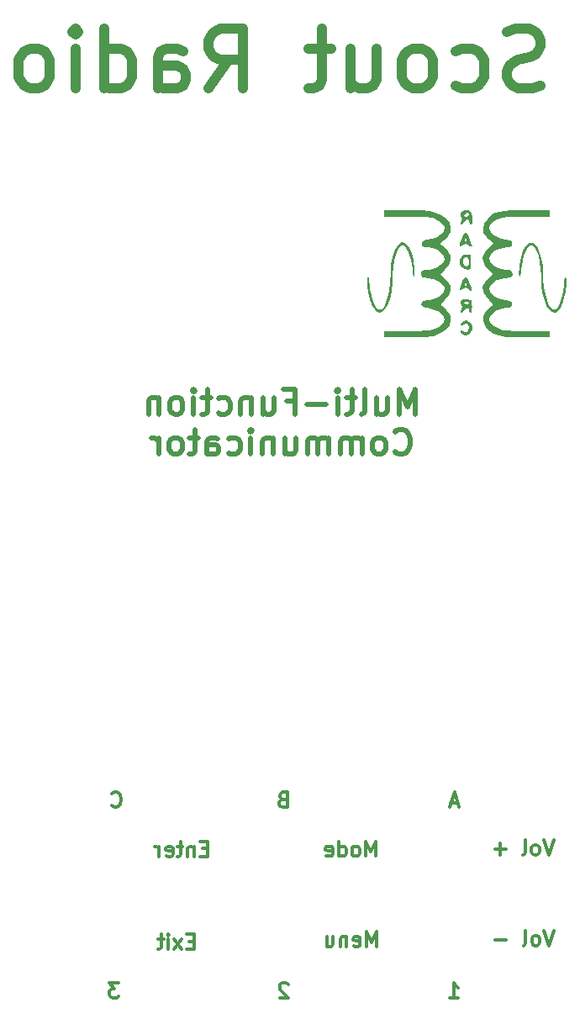
<source format=gbr>
%TF.GenerationSoftware,KiCad,Pcbnew,8.0.8*%
%TF.CreationDate,2025-04-16T18:52:08+01:00*%
%TF.ProjectId,Front_panel_Tx,46726f6e-745f-4706-916e-656c5f54782e,rev?*%
%TF.SameCoordinates,Original*%
%TF.FileFunction,Legend,Bot*%
%TF.FilePolarity,Positive*%
%FSLAX46Y46*%
G04 Gerber Fmt 4.6, Leading zero omitted, Abs format (unit mm)*
G04 Created by KiCad (PCBNEW 8.0.8) date 2025-04-16 18:52:08*
%MOMM*%
%LPD*%
G01*
G04 APERTURE LIST*
%ADD10C,0.300000*%
%ADD11C,1.000000*%
%ADD12C,0.500000*%
%ADD13C,0.000000*%
%ADD14C,2.100000*%
G04 APERTURE END LIST*
D10*
X157639774Y-132580828D02*
X157139774Y-134080828D01*
X157139774Y-134080828D02*
X156639774Y-132580828D01*
X155925489Y-134080828D02*
X156068346Y-134009400D01*
X156068346Y-134009400D02*
X156139775Y-133937971D01*
X156139775Y-133937971D02*
X156211203Y-133795114D01*
X156211203Y-133795114D02*
X156211203Y-133366542D01*
X156211203Y-133366542D02*
X156139775Y-133223685D01*
X156139775Y-133223685D02*
X156068346Y-133152257D01*
X156068346Y-133152257D02*
X155925489Y-133080828D01*
X155925489Y-133080828D02*
X155711203Y-133080828D01*
X155711203Y-133080828D02*
X155568346Y-133152257D01*
X155568346Y-133152257D02*
X155496918Y-133223685D01*
X155496918Y-133223685D02*
X155425489Y-133366542D01*
X155425489Y-133366542D02*
X155425489Y-133795114D01*
X155425489Y-133795114D02*
X155496918Y-133937971D01*
X155496918Y-133937971D02*
X155568346Y-134009400D01*
X155568346Y-134009400D02*
X155711203Y-134080828D01*
X155711203Y-134080828D02*
X155925489Y-134080828D01*
X154568346Y-134080828D02*
X154711203Y-134009400D01*
X154711203Y-134009400D02*
X154782632Y-133866542D01*
X154782632Y-133866542D02*
X154782632Y-132580828D01*
X152854061Y-133509400D02*
X151711204Y-133509400D01*
X152282632Y-134080828D02*
X152282632Y-132937971D01*
D11*
X156339248Y-56618000D02*
X155482106Y-56903714D01*
X155482106Y-56903714D02*
X154053534Y-56903714D01*
X154053534Y-56903714D02*
X153482106Y-56618000D01*
X153482106Y-56618000D02*
X153196391Y-56332285D01*
X153196391Y-56332285D02*
X152910677Y-55760857D01*
X152910677Y-55760857D02*
X152910677Y-55189428D01*
X152910677Y-55189428D02*
X153196391Y-54618000D01*
X153196391Y-54618000D02*
X153482106Y-54332285D01*
X153482106Y-54332285D02*
X154053534Y-54046571D01*
X154053534Y-54046571D02*
X155196391Y-53760857D01*
X155196391Y-53760857D02*
X155767820Y-53475142D01*
X155767820Y-53475142D02*
X156053534Y-53189428D01*
X156053534Y-53189428D02*
X156339248Y-52618000D01*
X156339248Y-52618000D02*
X156339248Y-52046571D01*
X156339248Y-52046571D02*
X156053534Y-51475142D01*
X156053534Y-51475142D02*
X155767820Y-51189428D01*
X155767820Y-51189428D02*
X155196391Y-50903714D01*
X155196391Y-50903714D02*
X153767820Y-50903714D01*
X153767820Y-50903714D02*
X152910677Y-51189428D01*
X147767820Y-56618000D02*
X148339248Y-56903714D01*
X148339248Y-56903714D02*
X149482105Y-56903714D01*
X149482105Y-56903714D02*
X150053534Y-56618000D01*
X150053534Y-56618000D02*
X150339248Y-56332285D01*
X150339248Y-56332285D02*
X150624962Y-55760857D01*
X150624962Y-55760857D02*
X150624962Y-54046571D01*
X150624962Y-54046571D02*
X150339248Y-53475142D01*
X150339248Y-53475142D02*
X150053534Y-53189428D01*
X150053534Y-53189428D02*
X149482105Y-52903714D01*
X149482105Y-52903714D02*
X148339248Y-52903714D01*
X148339248Y-52903714D02*
X147767820Y-53189428D01*
X144339248Y-56903714D02*
X144910677Y-56618000D01*
X144910677Y-56618000D02*
X145196391Y-56332285D01*
X145196391Y-56332285D02*
X145482105Y-55760857D01*
X145482105Y-55760857D02*
X145482105Y-54046571D01*
X145482105Y-54046571D02*
X145196391Y-53475142D01*
X145196391Y-53475142D02*
X144910677Y-53189428D01*
X144910677Y-53189428D02*
X144339248Y-52903714D01*
X144339248Y-52903714D02*
X143482105Y-52903714D01*
X143482105Y-52903714D02*
X142910677Y-53189428D01*
X142910677Y-53189428D02*
X142624963Y-53475142D01*
X142624963Y-53475142D02*
X142339248Y-54046571D01*
X142339248Y-54046571D02*
X142339248Y-55760857D01*
X142339248Y-55760857D02*
X142624963Y-56332285D01*
X142624963Y-56332285D02*
X142910677Y-56618000D01*
X142910677Y-56618000D02*
X143482105Y-56903714D01*
X143482105Y-56903714D02*
X144339248Y-56903714D01*
X137196392Y-52903714D02*
X137196392Y-56903714D01*
X139767820Y-52903714D02*
X139767820Y-56046571D01*
X139767820Y-56046571D02*
X139482106Y-56618000D01*
X139482106Y-56618000D02*
X138910677Y-56903714D01*
X138910677Y-56903714D02*
X138053534Y-56903714D01*
X138053534Y-56903714D02*
X137482106Y-56618000D01*
X137482106Y-56618000D02*
X137196392Y-56332285D01*
X135196392Y-52903714D02*
X132910678Y-52903714D01*
X134339249Y-50903714D02*
X134339249Y-56046571D01*
X134339249Y-56046571D02*
X134053535Y-56618000D01*
X134053535Y-56618000D02*
X133482106Y-56903714D01*
X133482106Y-56903714D02*
X132910678Y-56903714D01*
X122910678Y-56903714D02*
X124910678Y-54046571D01*
X126339249Y-56903714D02*
X126339249Y-50903714D01*
X126339249Y-50903714D02*
X124053535Y-50903714D01*
X124053535Y-50903714D02*
X123482106Y-51189428D01*
X123482106Y-51189428D02*
X123196392Y-51475142D01*
X123196392Y-51475142D02*
X122910678Y-52046571D01*
X122910678Y-52046571D02*
X122910678Y-52903714D01*
X122910678Y-52903714D02*
X123196392Y-53475142D01*
X123196392Y-53475142D02*
X123482106Y-53760857D01*
X123482106Y-53760857D02*
X124053535Y-54046571D01*
X124053535Y-54046571D02*
X126339249Y-54046571D01*
X117767821Y-56903714D02*
X117767821Y-53760857D01*
X117767821Y-53760857D02*
X118053535Y-53189428D01*
X118053535Y-53189428D02*
X118624963Y-52903714D01*
X118624963Y-52903714D02*
X119767821Y-52903714D01*
X119767821Y-52903714D02*
X120339249Y-53189428D01*
X117767821Y-56618000D02*
X118339249Y-56903714D01*
X118339249Y-56903714D02*
X119767821Y-56903714D01*
X119767821Y-56903714D02*
X120339249Y-56618000D01*
X120339249Y-56618000D02*
X120624963Y-56046571D01*
X120624963Y-56046571D02*
X120624963Y-55475142D01*
X120624963Y-55475142D02*
X120339249Y-54903714D01*
X120339249Y-54903714D02*
X119767821Y-54618000D01*
X119767821Y-54618000D02*
X118339249Y-54618000D01*
X118339249Y-54618000D02*
X117767821Y-54332285D01*
X112339250Y-56903714D02*
X112339250Y-50903714D01*
X112339250Y-56618000D02*
X112910678Y-56903714D01*
X112910678Y-56903714D02*
X114053535Y-56903714D01*
X114053535Y-56903714D02*
X114624964Y-56618000D01*
X114624964Y-56618000D02*
X114910678Y-56332285D01*
X114910678Y-56332285D02*
X115196392Y-55760857D01*
X115196392Y-55760857D02*
X115196392Y-54046571D01*
X115196392Y-54046571D02*
X114910678Y-53475142D01*
X114910678Y-53475142D02*
X114624964Y-53189428D01*
X114624964Y-53189428D02*
X114053535Y-52903714D01*
X114053535Y-52903714D02*
X112910678Y-52903714D01*
X112910678Y-52903714D02*
X112339250Y-53189428D01*
X109482107Y-56903714D02*
X109482107Y-52903714D01*
X109482107Y-50903714D02*
X109767821Y-51189428D01*
X109767821Y-51189428D02*
X109482107Y-51475142D01*
X109482107Y-51475142D02*
X109196393Y-51189428D01*
X109196393Y-51189428D02*
X109482107Y-50903714D01*
X109482107Y-50903714D02*
X109482107Y-51475142D01*
X105767821Y-56903714D02*
X106339250Y-56618000D01*
X106339250Y-56618000D02*
X106624964Y-56332285D01*
X106624964Y-56332285D02*
X106910678Y-55760857D01*
X106910678Y-55760857D02*
X106910678Y-54046571D01*
X106910678Y-54046571D02*
X106624964Y-53475142D01*
X106624964Y-53475142D02*
X106339250Y-53189428D01*
X106339250Y-53189428D02*
X105767821Y-52903714D01*
X105767821Y-52903714D02*
X104910678Y-52903714D01*
X104910678Y-52903714D02*
X104339250Y-53189428D01*
X104339250Y-53189428D02*
X104053536Y-53475142D01*
X104053536Y-53475142D02*
X103767821Y-54046571D01*
X103767821Y-54046571D02*
X103767821Y-55760857D01*
X103767821Y-55760857D02*
X104053536Y-56332285D01*
X104053536Y-56332285D02*
X104339250Y-56618000D01*
X104339250Y-56618000D02*
X104910678Y-56903714D01*
X104910678Y-56903714D02*
X105767821Y-56903714D01*
D10*
X113158346Y-129107971D02*
X113229774Y-129179400D01*
X113229774Y-129179400D02*
X113444060Y-129250828D01*
X113444060Y-129250828D02*
X113586917Y-129250828D01*
X113586917Y-129250828D02*
X113801203Y-129179400D01*
X113801203Y-129179400D02*
X113944060Y-129036542D01*
X113944060Y-129036542D02*
X114015489Y-128893685D01*
X114015489Y-128893685D02*
X114086917Y-128607971D01*
X114086917Y-128607971D02*
X114086917Y-128393685D01*
X114086917Y-128393685D02*
X114015489Y-128107971D01*
X114015489Y-128107971D02*
X113944060Y-127965114D01*
X113944060Y-127965114D02*
X113801203Y-127822257D01*
X113801203Y-127822257D02*
X113586917Y-127750828D01*
X113586917Y-127750828D02*
X113444060Y-127750828D01*
X113444060Y-127750828D02*
X113229774Y-127822257D01*
X113229774Y-127822257D02*
X113158346Y-127893685D01*
X157659774Y-141710828D02*
X157159774Y-143210828D01*
X157159774Y-143210828D02*
X156659774Y-141710828D01*
X155945489Y-143210828D02*
X156088346Y-143139400D01*
X156088346Y-143139400D02*
X156159775Y-143067971D01*
X156159775Y-143067971D02*
X156231203Y-142925114D01*
X156231203Y-142925114D02*
X156231203Y-142496542D01*
X156231203Y-142496542D02*
X156159775Y-142353685D01*
X156159775Y-142353685D02*
X156088346Y-142282257D01*
X156088346Y-142282257D02*
X155945489Y-142210828D01*
X155945489Y-142210828D02*
X155731203Y-142210828D01*
X155731203Y-142210828D02*
X155588346Y-142282257D01*
X155588346Y-142282257D02*
X155516918Y-142353685D01*
X155516918Y-142353685D02*
X155445489Y-142496542D01*
X155445489Y-142496542D02*
X155445489Y-142925114D01*
X155445489Y-142925114D02*
X155516918Y-143067971D01*
X155516918Y-143067971D02*
X155588346Y-143139400D01*
X155588346Y-143139400D02*
X155731203Y-143210828D01*
X155731203Y-143210828D02*
X155945489Y-143210828D01*
X154588346Y-143210828D02*
X154731203Y-143139400D01*
X154731203Y-143139400D02*
X154802632Y-142996542D01*
X154802632Y-142996542D02*
X154802632Y-141710828D01*
X152874061Y-142639400D02*
X151731204Y-142639400D01*
X113838346Y-146980828D02*
X112909774Y-146980828D01*
X112909774Y-146980828D02*
X113409774Y-147552257D01*
X113409774Y-147552257D02*
X113195489Y-147552257D01*
X113195489Y-147552257D02*
X113052632Y-147623685D01*
X113052632Y-147623685D02*
X112981203Y-147695114D01*
X112981203Y-147695114D02*
X112909774Y-147837971D01*
X112909774Y-147837971D02*
X112909774Y-148195114D01*
X112909774Y-148195114D02*
X112981203Y-148337971D01*
X112981203Y-148337971D02*
X113052632Y-148409400D01*
X113052632Y-148409400D02*
X113195489Y-148480828D01*
X113195489Y-148480828D02*
X113624060Y-148480828D01*
X113624060Y-148480828D02*
X113766917Y-148409400D01*
X113766917Y-148409400D02*
X113838346Y-148337971D01*
X147189774Y-148510828D02*
X148046917Y-148510828D01*
X147618346Y-148510828D02*
X147618346Y-147010828D01*
X147618346Y-147010828D02*
X147761203Y-147225114D01*
X147761203Y-147225114D02*
X147904060Y-147367971D01*
X147904060Y-147367971D02*
X148046917Y-147439400D01*
X139745489Y-134220828D02*
X139745489Y-132720828D01*
X139745489Y-132720828D02*
X139245489Y-133792257D01*
X139245489Y-133792257D02*
X138745489Y-132720828D01*
X138745489Y-132720828D02*
X138745489Y-134220828D01*
X137816917Y-134220828D02*
X137959774Y-134149400D01*
X137959774Y-134149400D02*
X138031203Y-134077971D01*
X138031203Y-134077971D02*
X138102631Y-133935114D01*
X138102631Y-133935114D02*
X138102631Y-133506542D01*
X138102631Y-133506542D02*
X138031203Y-133363685D01*
X138031203Y-133363685D02*
X137959774Y-133292257D01*
X137959774Y-133292257D02*
X137816917Y-133220828D01*
X137816917Y-133220828D02*
X137602631Y-133220828D01*
X137602631Y-133220828D02*
X137459774Y-133292257D01*
X137459774Y-133292257D02*
X137388346Y-133363685D01*
X137388346Y-133363685D02*
X137316917Y-133506542D01*
X137316917Y-133506542D02*
X137316917Y-133935114D01*
X137316917Y-133935114D02*
X137388346Y-134077971D01*
X137388346Y-134077971D02*
X137459774Y-134149400D01*
X137459774Y-134149400D02*
X137602631Y-134220828D01*
X137602631Y-134220828D02*
X137816917Y-134220828D01*
X136031203Y-134220828D02*
X136031203Y-132720828D01*
X136031203Y-134149400D02*
X136174060Y-134220828D01*
X136174060Y-134220828D02*
X136459774Y-134220828D01*
X136459774Y-134220828D02*
X136602631Y-134149400D01*
X136602631Y-134149400D02*
X136674060Y-134077971D01*
X136674060Y-134077971D02*
X136745488Y-133935114D01*
X136745488Y-133935114D02*
X136745488Y-133506542D01*
X136745488Y-133506542D02*
X136674060Y-133363685D01*
X136674060Y-133363685D02*
X136602631Y-133292257D01*
X136602631Y-133292257D02*
X136459774Y-133220828D01*
X136459774Y-133220828D02*
X136174060Y-133220828D01*
X136174060Y-133220828D02*
X136031203Y-133292257D01*
X134745488Y-134149400D02*
X134888345Y-134220828D01*
X134888345Y-134220828D02*
X135174060Y-134220828D01*
X135174060Y-134220828D02*
X135316917Y-134149400D01*
X135316917Y-134149400D02*
X135388345Y-134006542D01*
X135388345Y-134006542D02*
X135388345Y-133435114D01*
X135388345Y-133435114D02*
X135316917Y-133292257D01*
X135316917Y-133292257D02*
X135174060Y-133220828D01*
X135174060Y-133220828D02*
X134888345Y-133220828D01*
X134888345Y-133220828D02*
X134745488Y-133292257D01*
X134745488Y-133292257D02*
X134674060Y-133435114D01*
X134674060Y-133435114D02*
X134674060Y-133577971D01*
X134674060Y-133577971D02*
X135388345Y-133720828D01*
X121415489Y-142805114D02*
X120915489Y-142805114D01*
X120701203Y-143590828D02*
X121415489Y-143590828D01*
X121415489Y-143590828D02*
X121415489Y-142090828D01*
X121415489Y-142090828D02*
X120701203Y-142090828D01*
X120201203Y-143590828D02*
X119415489Y-142590828D01*
X120201203Y-142590828D02*
X119415489Y-143590828D01*
X118844060Y-143590828D02*
X118844060Y-142590828D01*
X118844060Y-142090828D02*
X118915488Y-142162257D01*
X118915488Y-142162257D02*
X118844060Y-142233685D01*
X118844060Y-142233685D02*
X118772631Y-142162257D01*
X118772631Y-142162257D02*
X118844060Y-142090828D01*
X118844060Y-142090828D02*
X118844060Y-142233685D01*
X118344059Y-142590828D02*
X117772631Y-142590828D01*
X118129774Y-142090828D02*
X118129774Y-143376542D01*
X118129774Y-143376542D02*
X118058345Y-143519400D01*
X118058345Y-143519400D02*
X117915488Y-143590828D01*
X117915488Y-143590828D02*
X117772631Y-143590828D01*
X130886917Y-147113685D02*
X130815489Y-147042257D01*
X130815489Y-147042257D02*
X130672632Y-146970828D01*
X130672632Y-146970828D02*
X130315489Y-146970828D01*
X130315489Y-146970828D02*
X130172632Y-147042257D01*
X130172632Y-147042257D02*
X130101203Y-147113685D01*
X130101203Y-147113685D02*
X130029774Y-147256542D01*
X130029774Y-147256542D02*
X130029774Y-147399400D01*
X130029774Y-147399400D02*
X130101203Y-147613685D01*
X130101203Y-147613685D02*
X130958346Y-148470828D01*
X130958346Y-148470828D02*
X130029774Y-148470828D01*
X130355489Y-128505114D02*
X130141203Y-128576542D01*
X130141203Y-128576542D02*
X130069774Y-128647971D01*
X130069774Y-128647971D02*
X129998346Y-128790828D01*
X129998346Y-128790828D02*
X129998346Y-129005114D01*
X129998346Y-129005114D02*
X130069774Y-129147971D01*
X130069774Y-129147971D02*
X130141203Y-129219400D01*
X130141203Y-129219400D02*
X130284060Y-129290828D01*
X130284060Y-129290828D02*
X130855489Y-129290828D01*
X130855489Y-129290828D02*
X130855489Y-127790828D01*
X130855489Y-127790828D02*
X130355489Y-127790828D01*
X130355489Y-127790828D02*
X130212632Y-127862257D01*
X130212632Y-127862257D02*
X130141203Y-127933685D01*
X130141203Y-127933685D02*
X130069774Y-128076542D01*
X130069774Y-128076542D02*
X130069774Y-128219400D01*
X130069774Y-128219400D02*
X130141203Y-128362257D01*
X130141203Y-128362257D02*
X130212632Y-128433685D01*
X130212632Y-128433685D02*
X130355489Y-128505114D01*
X130355489Y-128505114D02*
X130855489Y-128505114D01*
X122775489Y-133455114D02*
X122275489Y-133455114D01*
X122061203Y-134240828D02*
X122775489Y-134240828D01*
X122775489Y-134240828D02*
X122775489Y-132740828D01*
X122775489Y-132740828D02*
X122061203Y-132740828D01*
X121418346Y-133240828D02*
X121418346Y-134240828D01*
X121418346Y-133383685D02*
X121346917Y-133312257D01*
X121346917Y-133312257D02*
X121204060Y-133240828D01*
X121204060Y-133240828D02*
X120989774Y-133240828D01*
X120989774Y-133240828D02*
X120846917Y-133312257D01*
X120846917Y-133312257D02*
X120775489Y-133455114D01*
X120775489Y-133455114D02*
X120775489Y-134240828D01*
X120275488Y-133240828D02*
X119704060Y-133240828D01*
X120061203Y-132740828D02*
X120061203Y-134026542D01*
X120061203Y-134026542D02*
X119989774Y-134169400D01*
X119989774Y-134169400D02*
X119846917Y-134240828D01*
X119846917Y-134240828D02*
X119704060Y-134240828D01*
X118632631Y-134169400D02*
X118775488Y-134240828D01*
X118775488Y-134240828D02*
X119061203Y-134240828D01*
X119061203Y-134240828D02*
X119204060Y-134169400D01*
X119204060Y-134169400D02*
X119275488Y-134026542D01*
X119275488Y-134026542D02*
X119275488Y-133455114D01*
X119275488Y-133455114D02*
X119204060Y-133312257D01*
X119204060Y-133312257D02*
X119061203Y-133240828D01*
X119061203Y-133240828D02*
X118775488Y-133240828D01*
X118775488Y-133240828D02*
X118632631Y-133312257D01*
X118632631Y-133312257D02*
X118561203Y-133455114D01*
X118561203Y-133455114D02*
X118561203Y-133597971D01*
X118561203Y-133597971D02*
X119275488Y-133740828D01*
X117918346Y-134240828D02*
X117918346Y-133240828D01*
X117918346Y-133526542D02*
X117846917Y-133383685D01*
X117846917Y-133383685D02*
X117775489Y-133312257D01*
X117775489Y-133312257D02*
X117632631Y-133240828D01*
X117632631Y-133240828D02*
X117489774Y-133240828D01*
D12*
X143742380Y-89713187D02*
X143742380Y-87213187D01*
X143742380Y-87213187D02*
X142909047Y-88998901D01*
X142909047Y-88998901D02*
X142075714Y-87213187D01*
X142075714Y-87213187D02*
X142075714Y-89713187D01*
X139813809Y-88046520D02*
X139813809Y-89713187D01*
X140885237Y-88046520D02*
X140885237Y-89356044D01*
X140885237Y-89356044D02*
X140766190Y-89594140D01*
X140766190Y-89594140D02*
X140528095Y-89713187D01*
X140528095Y-89713187D02*
X140170952Y-89713187D01*
X140170952Y-89713187D02*
X139932856Y-89594140D01*
X139932856Y-89594140D02*
X139813809Y-89475092D01*
X138266190Y-89713187D02*
X138504285Y-89594140D01*
X138504285Y-89594140D02*
X138623332Y-89356044D01*
X138623332Y-89356044D02*
X138623332Y-87213187D01*
X137670951Y-88046520D02*
X136718570Y-88046520D01*
X137313808Y-87213187D02*
X137313808Y-89356044D01*
X137313808Y-89356044D02*
X137194761Y-89594140D01*
X137194761Y-89594140D02*
X136956666Y-89713187D01*
X136956666Y-89713187D02*
X136718570Y-89713187D01*
X135885237Y-89713187D02*
X135885237Y-88046520D01*
X135885237Y-87213187D02*
X136004285Y-87332235D01*
X136004285Y-87332235D02*
X135885237Y-87451282D01*
X135885237Y-87451282D02*
X135766190Y-87332235D01*
X135766190Y-87332235D02*
X135885237Y-87213187D01*
X135885237Y-87213187D02*
X135885237Y-87451282D01*
X134694761Y-88760806D02*
X132790000Y-88760806D01*
X130766190Y-88403663D02*
X131599523Y-88403663D01*
X131599523Y-89713187D02*
X131599523Y-87213187D01*
X131599523Y-87213187D02*
X130409047Y-87213187D01*
X128385238Y-88046520D02*
X128385238Y-89713187D01*
X129456666Y-88046520D02*
X129456666Y-89356044D01*
X129456666Y-89356044D02*
X129337619Y-89594140D01*
X129337619Y-89594140D02*
X129099524Y-89713187D01*
X129099524Y-89713187D02*
X128742381Y-89713187D01*
X128742381Y-89713187D02*
X128504285Y-89594140D01*
X128504285Y-89594140D02*
X128385238Y-89475092D01*
X127194761Y-88046520D02*
X127194761Y-89713187D01*
X127194761Y-88284616D02*
X127075714Y-88165568D01*
X127075714Y-88165568D02*
X126837619Y-88046520D01*
X126837619Y-88046520D02*
X126480476Y-88046520D01*
X126480476Y-88046520D02*
X126242380Y-88165568D01*
X126242380Y-88165568D02*
X126123333Y-88403663D01*
X126123333Y-88403663D02*
X126123333Y-89713187D01*
X123861428Y-89594140D02*
X124099523Y-89713187D01*
X124099523Y-89713187D02*
X124575714Y-89713187D01*
X124575714Y-89713187D02*
X124813809Y-89594140D01*
X124813809Y-89594140D02*
X124932856Y-89475092D01*
X124932856Y-89475092D02*
X125051904Y-89236997D01*
X125051904Y-89236997D02*
X125051904Y-88522711D01*
X125051904Y-88522711D02*
X124932856Y-88284616D01*
X124932856Y-88284616D02*
X124813809Y-88165568D01*
X124813809Y-88165568D02*
X124575714Y-88046520D01*
X124575714Y-88046520D02*
X124099523Y-88046520D01*
X124099523Y-88046520D02*
X123861428Y-88165568D01*
X123147142Y-88046520D02*
X122194761Y-88046520D01*
X122789999Y-87213187D02*
X122789999Y-89356044D01*
X122789999Y-89356044D02*
X122670952Y-89594140D01*
X122670952Y-89594140D02*
X122432857Y-89713187D01*
X122432857Y-89713187D02*
X122194761Y-89713187D01*
X121361428Y-89713187D02*
X121361428Y-88046520D01*
X121361428Y-87213187D02*
X121480476Y-87332235D01*
X121480476Y-87332235D02*
X121361428Y-87451282D01*
X121361428Y-87451282D02*
X121242381Y-87332235D01*
X121242381Y-87332235D02*
X121361428Y-87213187D01*
X121361428Y-87213187D02*
X121361428Y-87451282D01*
X119813810Y-89713187D02*
X120051905Y-89594140D01*
X120051905Y-89594140D02*
X120170952Y-89475092D01*
X120170952Y-89475092D02*
X120290000Y-89236997D01*
X120290000Y-89236997D02*
X120290000Y-88522711D01*
X120290000Y-88522711D02*
X120170952Y-88284616D01*
X120170952Y-88284616D02*
X120051905Y-88165568D01*
X120051905Y-88165568D02*
X119813810Y-88046520D01*
X119813810Y-88046520D02*
X119456667Y-88046520D01*
X119456667Y-88046520D02*
X119218571Y-88165568D01*
X119218571Y-88165568D02*
X119099524Y-88284616D01*
X119099524Y-88284616D02*
X118980476Y-88522711D01*
X118980476Y-88522711D02*
X118980476Y-89236997D01*
X118980476Y-89236997D02*
X119099524Y-89475092D01*
X119099524Y-89475092D02*
X119218571Y-89594140D01*
X119218571Y-89594140D02*
X119456667Y-89713187D01*
X119456667Y-89713187D02*
X119813810Y-89713187D01*
X117909047Y-88046520D02*
X117909047Y-89713187D01*
X117909047Y-88284616D02*
X117790000Y-88165568D01*
X117790000Y-88165568D02*
X117551905Y-88046520D01*
X117551905Y-88046520D02*
X117194762Y-88046520D01*
X117194762Y-88046520D02*
X116956666Y-88165568D01*
X116956666Y-88165568D02*
X116837619Y-88403663D01*
X116837619Y-88403663D02*
X116837619Y-89713187D01*
X141659047Y-93499952D02*
X141778095Y-93619000D01*
X141778095Y-93619000D02*
X142135237Y-93738047D01*
X142135237Y-93738047D02*
X142373333Y-93738047D01*
X142373333Y-93738047D02*
X142730476Y-93619000D01*
X142730476Y-93619000D02*
X142968571Y-93380904D01*
X142968571Y-93380904D02*
X143087618Y-93142809D01*
X143087618Y-93142809D02*
X143206666Y-92666619D01*
X143206666Y-92666619D02*
X143206666Y-92309476D01*
X143206666Y-92309476D02*
X143087618Y-91833285D01*
X143087618Y-91833285D02*
X142968571Y-91595190D01*
X142968571Y-91595190D02*
X142730476Y-91357095D01*
X142730476Y-91357095D02*
X142373333Y-91238047D01*
X142373333Y-91238047D02*
X142135237Y-91238047D01*
X142135237Y-91238047D02*
X141778095Y-91357095D01*
X141778095Y-91357095D02*
X141659047Y-91476142D01*
X140230476Y-93738047D02*
X140468571Y-93619000D01*
X140468571Y-93619000D02*
X140587618Y-93499952D01*
X140587618Y-93499952D02*
X140706666Y-93261857D01*
X140706666Y-93261857D02*
X140706666Y-92547571D01*
X140706666Y-92547571D02*
X140587618Y-92309476D01*
X140587618Y-92309476D02*
X140468571Y-92190428D01*
X140468571Y-92190428D02*
X140230476Y-92071380D01*
X140230476Y-92071380D02*
X139873333Y-92071380D01*
X139873333Y-92071380D02*
X139635237Y-92190428D01*
X139635237Y-92190428D02*
X139516190Y-92309476D01*
X139516190Y-92309476D02*
X139397142Y-92547571D01*
X139397142Y-92547571D02*
X139397142Y-93261857D01*
X139397142Y-93261857D02*
X139516190Y-93499952D01*
X139516190Y-93499952D02*
X139635237Y-93619000D01*
X139635237Y-93619000D02*
X139873333Y-93738047D01*
X139873333Y-93738047D02*
X140230476Y-93738047D01*
X138325713Y-93738047D02*
X138325713Y-92071380D01*
X138325713Y-92309476D02*
X138206666Y-92190428D01*
X138206666Y-92190428D02*
X137968571Y-92071380D01*
X137968571Y-92071380D02*
X137611428Y-92071380D01*
X137611428Y-92071380D02*
X137373332Y-92190428D01*
X137373332Y-92190428D02*
X137254285Y-92428523D01*
X137254285Y-92428523D02*
X137254285Y-93738047D01*
X137254285Y-92428523D02*
X137135237Y-92190428D01*
X137135237Y-92190428D02*
X136897142Y-92071380D01*
X136897142Y-92071380D02*
X136539999Y-92071380D01*
X136539999Y-92071380D02*
X136301904Y-92190428D01*
X136301904Y-92190428D02*
X136182856Y-92428523D01*
X136182856Y-92428523D02*
X136182856Y-93738047D01*
X134992380Y-93738047D02*
X134992380Y-92071380D01*
X134992380Y-92309476D02*
X134873333Y-92190428D01*
X134873333Y-92190428D02*
X134635238Y-92071380D01*
X134635238Y-92071380D02*
X134278095Y-92071380D01*
X134278095Y-92071380D02*
X134039999Y-92190428D01*
X134039999Y-92190428D02*
X133920952Y-92428523D01*
X133920952Y-92428523D02*
X133920952Y-93738047D01*
X133920952Y-92428523D02*
X133801904Y-92190428D01*
X133801904Y-92190428D02*
X133563809Y-92071380D01*
X133563809Y-92071380D02*
X133206666Y-92071380D01*
X133206666Y-92071380D02*
X132968571Y-92190428D01*
X132968571Y-92190428D02*
X132849523Y-92428523D01*
X132849523Y-92428523D02*
X132849523Y-93738047D01*
X130587619Y-92071380D02*
X130587619Y-93738047D01*
X131659047Y-92071380D02*
X131659047Y-93380904D01*
X131659047Y-93380904D02*
X131540000Y-93619000D01*
X131540000Y-93619000D02*
X131301905Y-93738047D01*
X131301905Y-93738047D02*
X130944762Y-93738047D01*
X130944762Y-93738047D02*
X130706666Y-93619000D01*
X130706666Y-93619000D02*
X130587619Y-93499952D01*
X129397142Y-92071380D02*
X129397142Y-93738047D01*
X129397142Y-92309476D02*
X129278095Y-92190428D01*
X129278095Y-92190428D02*
X129040000Y-92071380D01*
X129040000Y-92071380D02*
X128682857Y-92071380D01*
X128682857Y-92071380D02*
X128444761Y-92190428D01*
X128444761Y-92190428D02*
X128325714Y-92428523D01*
X128325714Y-92428523D02*
X128325714Y-93738047D01*
X127135237Y-93738047D02*
X127135237Y-92071380D01*
X127135237Y-91238047D02*
X127254285Y-91357095D01*
X127254285Y-91357095D02*
X127135237Y-91476142D01*
X127135237Y-91476142D02*
X127016190Y-91357095D01*
X127016190Y-91357095D02*
X127135237Y-91238047D01*
X127135237Y-91238047D02*
X127135237Y-91476142D01*
X124873333Y-93619000D02*
X125111428Y-93738047D01*
X125111428Y-93738047D02*
X125587619Y-93738047D01*
X125587619Y-93738047D02*
X125825714Y-93619000D01*
X125825714Y-93619000D02*
X125944761Y-93499952D01*
X125944761Y-93499952D02*
X126063809Y-93261857D01*
X126063809Y-93261857D02*
X126063809Y-92547571D01*
X126063809Y-92547571D02*
X125944761Y-92309476D01*
X125944761Y-92309476D02*
X125825714Y-92190428D01*
X125825714Y-92190428D02*
X125587619Y-92071380D01*
X125587619Y-92071380D02*
X125111428Y-92071380D01*
X125111428Y-92071380D02*
X124873333Y-92190428D01*
X122730476Y-93738047D02*
X122730476Y-92428523D01*
X122730476Y-92428523D02*
X122849523Y-92190428D01*
X122849523Y-92190428D02*
X123087619Y-92071380D01*
X123087619Y-92071380D02*
X123563809Y-92071380D01*
X123563809Y-92071380D02*
X123801904Y-92190428D01*
X122730476Y-93619000D02*
X122968571Y-93738047D01*
X122968571Y-93738047D02*
X123563809Y-93738047D01*
X123563809Y-93738047D02*
X123801904Y-93619000D01*
X123801904Y-93619000D02*
X123920952Y-93380904D01*
X123920952Y-93380904D02*
X123920952Y-93142809D01*
X123920952Y-93142809D02*
X123801904Y-92904714D01*
X123801904Y-92904714D02*
X123563809Y-92785666D01*
X123563809Y-92785666D02*
X122968571Y-92785666D01*
X122968571Y-92785666D02*
X122730476Y-92666619D01*
X121897142Y-92071380D02*
X120944761Y-92071380D01*
X121539999Y-91238047D02*
X121539999Y-93380904D01*
X121539999Y-93380904D02*
X121420952Y-93619000D01*
X121420952Y-93619000D02*
X121182857Y-93738047D01*
X121182857Y-93738047D02*
X120944761Y-93738047D01*
X119754286Y-93738047D02*
X119992381Y-93619000D01*
X119992381Y-93619000D02*
X120111428Y-93499952D01*
X120111428Y-93499952D02*
X120230476Y-93261857D01*
X120230476Y-93261857D02*
X120230476Y-92547571D01*
X120230476Y-92547571D02*
X120111428Y-92309476D01*
X120111428Y-92309476D02*
X119992381Y-92190428D01*
X119992381Y-92190428D02*
X119754286Y-92071380D01*
X119754286Y-92071380D02*
X119397143Y-92071380D01*
X119397143Y-92071380D02*
X119159047Y-92190428D01*
X119159047Y-92190428D02*
X119040000Y-92309476D01*
X119040000Y-92309476D02*
X118920952Y-92547571D01*
X118920952Y-92547571D02*
X118920952Y-93261857D01*
X118920952Y-93261857D02*
X119040000Y-93499952D01*
X119040000Y-93499952D02*
X119159047Y-93619000D01*
X119159047Y-93619000D02*
X119397143Y-93738047D01*
X119397143Y-93738047D02*
X119754286Y-93738047D01*
X117849523Y-93738047D02*
X117849523Y-92071380D01*
X117849523Y-92547571D02*
X117730476Y-92309476D01*
X117730476Y-92309476D02*
X117611428Y-92190428D01*
X117611428Y-92190428D02*
X117373333Y-92071380D01*
X117373333Y-92071380D02*
X117135238Y-92071380D01*
D10*
X139785489Y-143310828D02*
X139785489Y-141810828D01*
X139785489Y-141810828D02*
X139285489Y-142882257D01*
X139285489Y-142882257D02*
X138785489Y-141810828D01*
X138785489Y-141810828D02*
X138785489Y-143310828D01*
X137499774Y-143239400D02*
X137642631Y-143310828D01*
X137642631Y-143310828D02*
X137928346Y-143310828D01*
X137928346Y-143310828D02*
X138071203Y-143239400D01*
X138071203Y-143239400D02*
X138142631Y-143096542D01*
X138142631Y-143096542D02*
X138142631Y-142525114D01*
X138142631Y-142525114D02*
X138071203Y-142382257D01*
X138071203Y-142382257D02*
X137928346Y-142310828D01*
X137928346Y-142310828D02*
X137642631Y-142310828D01*
X137642631Y-142310828D02*
X137499774Y-142382257D01*
X137499774Y-142382257D02*
X137428346Y-142525114D01*
X137428346Y-142525114D02*
X137428346Y-142667971D01*
X137428346Y-142667971D02*
X138142631Y-142810828D01*
X136785489Y-142310828D02*
X136785489Y-143310828D01*
X136785489Y-142453685D02*
X136714060Y-142382257D01*
X136714060Y-142382257D02*
X136571203Y-142310828D01*
X136571203Y-142310828D02*
X136356917Y-142310828D01*
X136356917Y-142310828D02*
X136214060Y-142382257D01*
X136214060Y-142382257D02*
X136142632Y-142525114D01*
X136142632Y-142525114D02*
X136142632Y-143310828D01*
X134785489Y-142310828D02*
X134785489Y-143310828D01*
X135428346Y-142310828D02*
X135428346Y-143096542D01*
X135428346Y-143096542D02*
X135356917Y-143239400D01*
X135356917Y-143239400D02*
X135214060Y-143310828D01*
X135214060Y-143310828D02*
X134999774Y-143310828D01*
X134999774Y-143310828D02*
X134856917Y-143239400D01*
X134856917Y-143239400D02*
X134785489Y-143167971D01*
X147996917Y-128862257D02*
X147282632Y-128862257D01*
X148139774Y-129290828D02*
X147639774Y-127790828D01*
X147639774Y-127790828D02*
X147139774Y-129290828D01*
D13*
%TO.C,G\u002A\u002A\u002A*%
G36*
X157224369Y-69483529D02*
G01*
X157224369Y-69803697D01*
X154987196Y-69803697D01*
X154282475Y-69805255D01*
X153678917Y-69812227D01*
X153222026Y-69827352D01*
X152876819Y-69853356D01*
X152608314Y-69892964D01*
X152381526Y-69948904D01*
X152161475Y-70023902D01*
X151931124Y-70122536D01*
X151516112Y-70381917D01*
X151240872Y-70678100D01*
X151141176Y-70977647D01*
X151204150Y-71228352D01*
X151445777Y-71535329D01*
X151833186Y-71806086D01*
X152328608Y-72015606D01*
X152894272Y-72138869D01*
X153141494Y-72172725D01*
X153341053Y-72230206D01*
X153421075Y-72334660D01*
X153435714Y-72524676D01*
X153435712Y-72530329D01*
X153422658Y-72709135D01*
X153349980Y-72811940D01*
X153166806Y-72871613D01*
X152822261Y-72921023D01*
X152576318Y-72956189D01*
X152131517Y-73063898D01*
X151778915Y-73239343D01*
X151434664Y-73518637D01*
X151299080Y-73666630D01*
X151152911Y-73996959D01*
X151213445Y-74322879D01*
X151476322Y-74632293D01*
X151937182Y-74913105D01*
X152082444Y-74974860D01*
X152463547Y-75092948D01*
X152785486Y-75139832D01*
X152951943Y-75143423D01*
X153275160Y-75196233D01*
X153441799Y-75329806D01*
X153489075Y-75566723D01*
X153483157Y-75667717D01*
X153396117Y-75863824D01*
X153175966Y-75964929D01*
X152785486Y-75993613D01*
X152667508Y-76002215D01*
X152305714Y-76082682D01*
X151937182Y-76220340D01*
X151631298Y-76387255D01*
X151288388Y-76686332D01*
X151152807Y-77006875D01*
X151226595Y-77341869D01*
X151511788Y-77684299D01*
X151777135Y-77879179D01*
X152352201Y-78137651D01*
X152955462Y-78235829D01*
X153211895Y-78266652D01*
X153429861Y-78410752D01*
X153471732Y-78673750D01*
X153461859Y-78729175D01*
X153391786Y-78863021D01*
X153221432Y-78941020D01*
X152894272Y-78994576D01*
X152444508Y-79083501D01*
X151930955Y-79276742D01*
X151517369Y-79536551D01*
X151241519Y-79837909D01*
X151141176Y-80155798D01*
X151163381Y-80293246D01*
X151349078Y-80595389D01*
X151693699Y-80878634D01*
X152161475Y-81109543D01*
X152361600Y-81178499D01*
X152586313Y-81236073D01*
X152849536Y-81277066D01*
X153186254Y-81304203D01*
X153631448Y-81320212D01*
X154220101Y-81327818D01*
X154987196Y-81329748D01*
X157224369Y-81329748D01*
X157224369Y-81649916D01*
X157224369Y-81970084D01*
X154945757Y-81970084D01*
X154696953Y-81969894D01*
X153933998Y-81964981D01*
X153338166Y-81950279D01*
X152873315Y-81921616D01*
X152503300Y-81874819D01*
X152191978Y-81805715D01*
X151903207Y-81710131D01*
X151600842Y-81583893D01*
X151472194Y-81521015D01*
X151015002Y-81185159D01*
X150690224Y-80756503D01*
X150523723Y-80278707D01*
X150541363Y-79795427D01*
X150610350Y-79630276D01*
X150825718Y-79318969D01*
X151112796Y-79015570D01*
X151405608Y-78796350D01*
X151420210Y-78788159D01*
X151514074Y-78714648D01*
X151508865Y-78622258D01*
X151384429Y-78470015D01*
X151120612Y-78216945D01*
X150771704Y-77829718D01*
X150535788Y-77362407D01*
X150512974Y-76902980D01*
X150703247Y-76449336D01*
X151106595Y-75999379D01*
X151598118Y-75566723D01*
X151106595Y-75134067D01*
X150768431Y-74776007D01*
X150534623Y-74322131D01*
X150514056Y-73863007D01*
X150706735Y-73397358D01*
X151112661Y-72923904D01*
X151339735Y-72703350D01*
X151509119Y-72518993D01*
X151557741Y-72435772D01*
X151542284Y-72424421D01*
X151397810Y-72322693D01*
X151166247Y-72161983D01*
X150872628Y-71907474D01*
X150599472Y-71470801D01*
X150518143Y-70991755D01*
X150632396Y-70506346D01*
X150945988Y-70050585D01*
X151158456Y-69845503D01*
X151446361Y-69624998D01*
X151769145Y-69456492D01*
X152156508Y-69333397D01*
X152638151Y-69249124D01*
X153243773Y-69197086D01*
X154003075Y-69170694D01*
X154945757Y-69163361D01*
X157224369Y-69163361D01*
X157224369Y-69483529D01*
G37*
G36*
X143475663Y-69164772D02*
G01*
X144096751Y-69171717D01*
X144571605Y-69187048D01*
X144936749Y-69213575D01*
X145228704Y-69254109D01*
X145483994Y-69311460D01*
X145739141Y-69388441D01*
X145751803Y-69392625D01*
X146363737Y-69670466D01*
X146828043Y-70032062D01*
X147136108Y-70450716D01*
X147279323Y-70899732D01*
X147249076Y-71352412D01*
X147036756Y-71782061D01*
X146633753Y-72161983D01*
X146563813Y-72210354D01*
X146349750Y-72359366D01*
X146242258Y-72435772D01*
X146280982Y-72506726D01*
X146441038Y-72683674D01*
X146687338Y-72923904D01*
X147027520Y-73301105D01*
X147263856Y-73768248D01*
X147286947Y-74228604D01*
X147096795Y-74683450D01*
X146693405Y-75134067D01*
X146201882Y-75566723D01*
X146693405Y-75999379D01*
X147037554Y-76365019D01*
X147267653Y-76817814D01*
X147284668Y-77276000D01*
X147088584Y-77741678D01*
X146679387Y-78216945D01*
X146644943Y-78249094D01*
X146396524Y-78489798D01*
X146285395Y-78633926D01*
X146291403Y-78722452D01*
X146394392Y-78796350D01*
X146575115Y-78919868D01*
X146872048Y-79200785D01*
X147121881Y-79518061D01*
X147258637Y-79795427D01*
X147294915Y-80252113D01*
X147143590Y-80731539D01*
X146795332Y-81162892D01*
X146257696Y-81537169D01*
X145538235Y-81845370D01*
X145493301Y-81856455D01*
X145230298Y-81887955D01*
X144802624Y-81915834D01*
X144246806Y-81938483D01*
X143599371Y-81954294D01*
X142896848Y-81961658D01*
X140575630Y-81970084D01*
X140575630Y-81649916D01*
X140575630Y-81329748D01*
X142812803Y-81329748D01*
X143517525Y-81328190D01*
X144121082Y-81321218D01*
X144577973Y-81306093D01*
X144923180Y-81280090D01*
X145191686Y-81240481D01*
X145418473Y-81184541D01*
X145638525Y-81109543D01*
X145868876Y-81010909D01*
X146283887Y-80751528D01*
X146559127Y-80455345D01*
X146658823Y-80155798D01*
X146595849Y-79905094D01*
X146354223Y-79598117D01*
X145966814Y-79327359D01*
X145471392Y-79117840D01*
X144905728Y-78994576D01*
X144788321Y-78979287D01*
X144513874Y-78921724D01*
X144379364Y-78830346D01*
X144328267Y-78673750D01*
X144338846Y-78478084D01*
X144503098Y-78297970D01*
X144844538Y-78235829D01*
X145022576Y-78224536D01*
X145483217Y-78119229D01*
X145925315Y-77927379D01*
X146300718Y-77678418D01*
X146561271Y-77401778D01*
X146658823Y-77126892D01*
X146633209Y-76944427D01*
X146437393Y-76606673D01*
X146072682Y-76323569D01*
X145567748Y-76114085D01*
X144951260Y-75997187D01*
X144663771Y-75964436D01*
X144458206Y-75910218D01*
X144365140Y-75810165D01*
X144329059Y-75631664D01*
X144322440Y-75522860D01*
X144386179Y-75297392D01*
X144595195Y-75177705D01*
X144979104Y-75141466D01*
X145101529Y-75133050D01*
X145483882Y-75051988D01*
X145862817Y-74913105D01*
X146096068Y-74790077D01*
X146467685Y-74494795D01*
X146639342Y-74176397D01*
X146606678Y-73846978D01*
X146365336Y-73518637D01*
X146209853Y-73380916D01*
X145872261Y-73151662D01*
X145489506Y-73010402D01*
X144977738Y-72921023D01*
X144966892Y-72919667D01*
X144626941Y-72870399D01*
X144447105Y-72810058D01*
X144376511Y-72705773D01*
X144364285Y-72524676D01*
X144370518Y-72377932D01*
X144426610Y-72253247D01*
X144586962Y-72186422D01*
X144905728Y-72138869D01*
X145355492Y-72049944D01*
X145869044Y-71856703D01*
X146282630Y-71596894D01*
X146558480Y-71295536D01*
X146658823Y-70977647D01*
X146636618Y-70840199D01*
X146450922Y-70538056D01*
X146106300Y-70254811D01*
X145638525Y-70023902D01*
X145438400Y-69954946D01*
X145213687Y-69897372D01*
X144950463Y-69856379D01*
X144613746Y-69829242D01*
X144168552Y-69813233D01*
X143579898Y-69805627D01*
X142812803Y-69803697D01*
X140575630Y-69803697D01*
X140575630Y-69483529D01*
X140575630Y-69163361D01*
X142814565Y-69163361D01*
X143475663Y-69164772D01*
G37*
G36*
X155522242Y-72432992D02*
G01*
X155795103Y-72620567D01*
X156044263Y-72970151D01*
X156259154Y-73459138D01*
X156429210Y-74064927D01*
X156543864Y-74764914D01*
X156592548Y-75536496D01*
X156610266Y-76070296D01*
X156681498Y-76909181D01*
X156798603Y-77638131D01*
X156954938Y-78242360D01*
X157143860Y-78707079D01*
X157358724Y-79017503D01*
X157592889Y-79158843D01*
X157839709Y-79116313D01*
X158092541Y-78875126D01*
X158186291Y-78708114D01*
X158333284Y-78325734D01*
X158476000Y-77838870D01*
X158598276Y-77311767D01*
X158683947Y-76808670D01*
X158716849Y-76393823D01*
X158723431Y-76226090D01*
X158762680Y-75982601D01*
X158825210Y-75886891D01*
X158862985Y-75920877D01*
X158908112Y-76112237D01*
X158928061Y-76419339D01*
X158922502Y-76781352D01*
X158891106Y-77137447D01*
X158833544Y-77426793D01*
X158784600Y-77592382D01*
X158678852Y-77957406D01*
X158565917Y-78353494D01*
X158483520Y-78598213D01*
X158312737Y-78969904D01*
X158135788Y-79233956D01*
X157978100Y-79383672D01*
X157732258Y-79496878D01*
X157481918Y-79423853D01*
X157183610Y-79161279D01*
X156946866Y-78824580D01*
X156706074Y-78246369D01*
X156524751Y-77510964D01*
X156409466Y-76646354D01*
X156366786Y-75680525D01*
X156339108Y-75055289D01*
X156250258Y-74370136D01*
X156110258Y-73760486D01*
X155929381Y-73260766D01*
X155717898Y-72905402D01*
X155486081Y-72728819D01*
X155308626Y-72722882D01*
X155065553Y-72882066D01*
X154843473Y-73220671D01*
X154651537Y-73718711D01*
X154498891Y-74356200D01*
X154394685Y-75113151D01*
X154389370Y-75166388D01*
X154337437Y-75531397D01*
X154273980Y-75789200D01*
X154211522Y-75886891D01*
X154162300Y-75807259D01*
X154146860Y-75525875D01*
X154175057Y-75047662D01*
X154217505Y-74654908D01*
X154364043Y-73861349D01*
X154574313Y-73218833D01*
X154840930Y-72746799D01*
X155156508Y-72464683D01*
X155236246Y-72430027D01*
X155522242Y-72432992D01*
G37*
G36*
X142643491Y-72464683D02*
G01*
X142788163Y-72564391D01*
X143083069Y-72932621D01*
X143325758Y-73482201D01*
X143508845Y-74193694D01*
X143624942Y-75047662D01*
X143652029Y-75477476D01*
X143641948Y-75783452D01*
X143588477Y-75886891D01*
X143580758Y-75885065D01*
X143517453Y-75763272D01*
X143454797Y-75488333D01*
X143405315Y-75113151D01*
X143338002Y-74572480D01*
X143198980Y-73896915D01*
X143017912Y-73354780D01*
X142803947Y-72966061D01*
X142566233Y-72750746D01*
X142313919Y-72728819D01*
X142115738Y-72868602D01*
X141902095Y-73198708D01*
X141715949Y-73674960D01*
X141568291Y-74261307D01*
X141470113Y-74921699D01*
X141432407Y-75620084D01*
X141400360Y-76466674D01*
X141296743Y-77361317D01*
X141127544Y-78125988D01*
X140898759Y-78734653D01*
X140616390Y-79161279D01*
X140519498Y-79257244D01*
X140282262Y-79442065D01*
X140104361Y-79515462D01*
X139891585Y-79439435D01*
X139640362Y-79192683D01*
X139410507Y-78816433D01*
X139234083Y-78353494D01*
X139163862Y-78106457D01*
X139051838Y-77717410D01*
X138966456Y-77426793D01*
X138929715Y-77269804D01*
X138887439Y-76934168D01*
X138871138Y-76567229D01*
X138880482Y-76229817D01*
X138915142Y-75982761D01*
X138974790Y-75886891D01*
X139010195Y-75915580D01*
X139062046Y-76098275D01*
X139083151Y-76393823D01*
X139098875Y-76661917D01*
X139169268Y-77143532D01*
X139281487Y-77669905D01*
X139419368Y-78176791D01*
X139566746Y-78599947D01*
X139707459Y-78875126D01*
X139838696Y-79026596D01*
X140090116Y-79167348D01*
X140330629Y-79115228D01*
X140554181Y-78883827D01*
X140754712Y-78486738D01*
X140926167Y-77937555D01*
X141062488Y-77249869D01*
X141157618Y-76437274D01*
X141205500Y-75513361D01*
X141210561Y-75354879D01*
X141278416Y-74584357D01*
X141408983Y-73896805D01*
X141592003Y-73313969D01*
X141817221Y-72857593D01*
X142074379Y-72549423D01*
X142353222Y-72411205D01*
X142643491Y-72464683D01*
G37*
G36*
X149420735Y-69793120D02*
G01*
X149434598Y-70130752D01*
X149417398Y-70421334D01*
X149365366Y-70583429D01*
X149280771Y-70621994D01*
X149164569Y-70540444D01*
X149113445Y-70337311D01*
X149107429Y-70240469D01*
X149028868Y-70092355D01*
X148870700Y-70132335D01*
X148647368Y-70359714D01*
X148454379Y-70561633D01*
X148314392Y-70621417D01*
X148275271Y-70525235D01*
X148367626Y-70281632D01*
X148382503Y-70253269D01*
X148454539Y-70034631D01*
X148385574Y-69886919D01*
X148282978Y-69721354D01*
X148283288Y-69710042D01*
X148579832Y-69710042D01*
X148646007Y-69771612D01*
X148846638Y-69803697D01*
X148864163Y-69803353D01*
X149061330Y-69730301D01*
X149117384Y-69580498D01*
X149002047Y-69427279D01*
X148995725Y-69423712D01*
X148832902Y-69436020D01*
X148660156Y-69554310D01*
X148579832Y-69710042D01*
X148283288Y-69710042D01*
X148289893Y-69468846D01*
X148466093Y-69273839D01*
X148738288Y-69182797D01*
X149064712Y-69181142D01*
X149305546Y-69291428D01*
X149314905Y-69302465D01*
X149379580Y-69489879D01*
X149391879Y-69580498D01*
X149420735Y-69793120D01*
G37*
G36*
X149207929Y-72114453D02*
G01*
X149307419Y-72378959D01*
X149398489Y-72632854D01*
X149433613Y-72748068D01*
X149415913Y-72768057D01*
X149273529Y-72791933D01*
X149199886Y-72779892D01*
X149113445Y-72685210D01*
X149113421Y-72683882D01*
X149018077Y-72609400D01*
X148793277Y-72578487D01*
X148789294Y-72578496D01*
X148565848Y-72610277D01*
X148473109Y-72685210D01*
X148455048Y-72734305D01*
X148313025Y-72791933D01*
X148213865Y-72775883D01*
X148163408Y-72686683D01*
X148201757Y-72483632D01*
X148329918Y-72127076D01*
X148338564Y-72104916D01*
X148341592Y-72098235D01*
X148686554Y-72098235D01*
X148698595Y-72171878D01*
X148793277Y-72258319D01*
X148842373Y-72240258D01*
X148900000Y-72098235D01*
X148887959Y-72024592D01*
X148793277Y-71938151D01*
X148744182Y-71956212D01*
X148686554Y-72098235D01*
X148341592Y-72098235D01*
X148527980Y-71687033D01*
X148695575Y-71479247D01*
X148855397Y-71481356D01*
X149021499Y-71693159D01*
X149200752Y-72098235D01*
X149207929Y-72114453D01*
G37*
G36*
X149413316Y-78701482D02*
G01*
X149420618Y-78869098D01*
X149415874Y-79182308D01*
X149387389Y-79375263D01*
X149373606Y-79405732D01*
X149268038Y-79475636D01*
X149161835Y-79390143D01*
X149113445Y-79188996D01*
X149106488Y-79107738D01*
X149017400Y-78993165D01*
X148846463Y-79050571D01*
X148620088Y-79275336D01*
X148479448Y-79421276D01*
X148328655Y-79487488D01*
X148276090Y-79393669D01*
X148358567Y-79156543D01*
X148370504Y-79133824D01*
X148439762Y-78904203D01*
X148359672Y-78690588D01*
X148273490Y-78510917D01*
X148274089Y-78501597D01*
X148633193Y-78501597D01*
X148685638Y-78575426D01*
X148873319Y-78642423D01*
X149039778Y-78633692D01*
X149113445Y-78501597D01*
X149069009Y-78386644D01*
X148873319Y-78360771D01*
X148723963Y-78405292D01*
X148633193Y-78501597D01*
X148274089Y-78501597D01*
X148287504Y-78292719D01*
X148488590Y-78170440D01*
X148872231Y-78148856D01*
X149380252Y-78181428D01*
X149400608Y-78501597D01*
X149413316Y-78701482D01*
G37*
G36*
X149326890Y-74321625D02*
G01*
X149318508Y-74647330D01*
X149292775Y-74932203D01*
X149255742Y-75068683D01*
X149237947Y-75084031D01*
X149022922Y-75136308D01*
X148729471Y-75086981D01*
X148439426Y-74959422D01*
X148234617Y-74777006D01*
X148160108Y-74529834D01*
X148165358Y-74465595D01*
X148484797Y-74465595D01*
X148601176Y-74691597D01*
X148674751Y-74750706D01*
X148856565Y-74819664D01*
X148985050Y-74750322D01*
X149081030Y-74544422D01*
X149113042Y-74280195D01*
X149072795Y-74037759D01*
X148952002Y-73897232D01*
X148796704Y-73882039D01*
X148611237Y-73995885D01*
X148497710Y-74212047D01*
X148484797Y-74465595D01*
X148165358Y-74465595D01*
X148187820Y-74190749D01*
X148319077Y-73882906D01*
X148356898Y-73833571D01*
X148569469Y-73687530D01*
X148906051Y-73645714D01*
X149326890Y-73645714D01*
X149326890Y-74280195D01*
X149326890Y-74321625D01*
G37*
G36*
X149287626Y-76686601D02*
G01*
X149394921Y-77027932D01*
X149395485Y-77030193D01*
X149396987Y-77228310D01*
X149290018Y-77260284D01*
X149113445Y-77114202D01*
X148997397Y-77011966D01*
X148738870Y-76970474D01*
X148454177Y-77131334D01*
X148298661Y-77244269D01*
X148199391Y-77221531D01*
X148207611Y-77017122D01*
X148323790Y-76632835D01*
X148343198Y-76580588D01*
X148686554Y-76580588D01*
X148698595Y-76654231D01*
X148793277Y-76740672D01*
X148842373Y-76722611D01*
X148900000Y-76580588D01*
X148887959Y-76506945D01*
X148793277Y-76420504D01*
X148744182Y-76438565D01*
X148686554Y-76580588D01*
X148343198Y-76580588D01*
X148364293Y-76523798D01*
X148550891Y-76125011D01*
X148726806Y-75931847D01*
X148896942Y-75938362D01*
X149003305Y-76069655D01*
X149146357Y-76343698D01*
X149243951Y-76580588D01*
X149287626Y-76686601D01*
G37*
G36*
X148870185Y-80265879D02*
G01*
X149120318Y-80384965D01*
X149350715Y-80622559D01*
X149488456Y-80907476D01*
X149490048Y-81152461D01*
X149320582Y-81473612D01*
X149272282Y-81532264D01*
X149045292Y-81709378D01*
X148765018Y-81735799D01*
X148509931Y-81662836D01*
X148327563Y-81521631D01*
X148293694Y-81460670D01*
X148270140Y-81296940D01*
X148379787Y-81261730D01*
X148577176Y-81380705D01*
X148695075Y-81461833D01*
X148904549Y-81473127D01*
X149055482Y-81308609D01*
X149113445Y-80993163D01*
X149113070Y-80969310D01*
X149031119Y-80700274D01*
X148835088Y-80593112D01*
X148567143Y-80672569D01*
X148400695Y-80766340D01*
X148287173Y-80773930D01*
X148259664Y-80639805D01*
X148349398Y-80468594D01*
X148567019Y-80323418D01*
X148827799Y-80262521D01*
X148870185Y-80265879D01*
G37*
%TD*%
%LPC*%
D14*
%TO.C,H6*%
X146500000Y-46500000D03*
%TD*%
%TO.C,H5*%
X114500000Y-46500000D03*
%TD*%
%TO.C,H4*%
X153500000Y-147500000D03*
%TD*%
%TO.C,H3*%
X107500000Y-147500000D03*
%TD*%
%TO.C,H2*%
X158500000Y-92500000D03*
%TD*%
%TO.C,H1*%
X102500000Y-92500000D03*
%TD*%
%LPD*%
M02*

</source>
